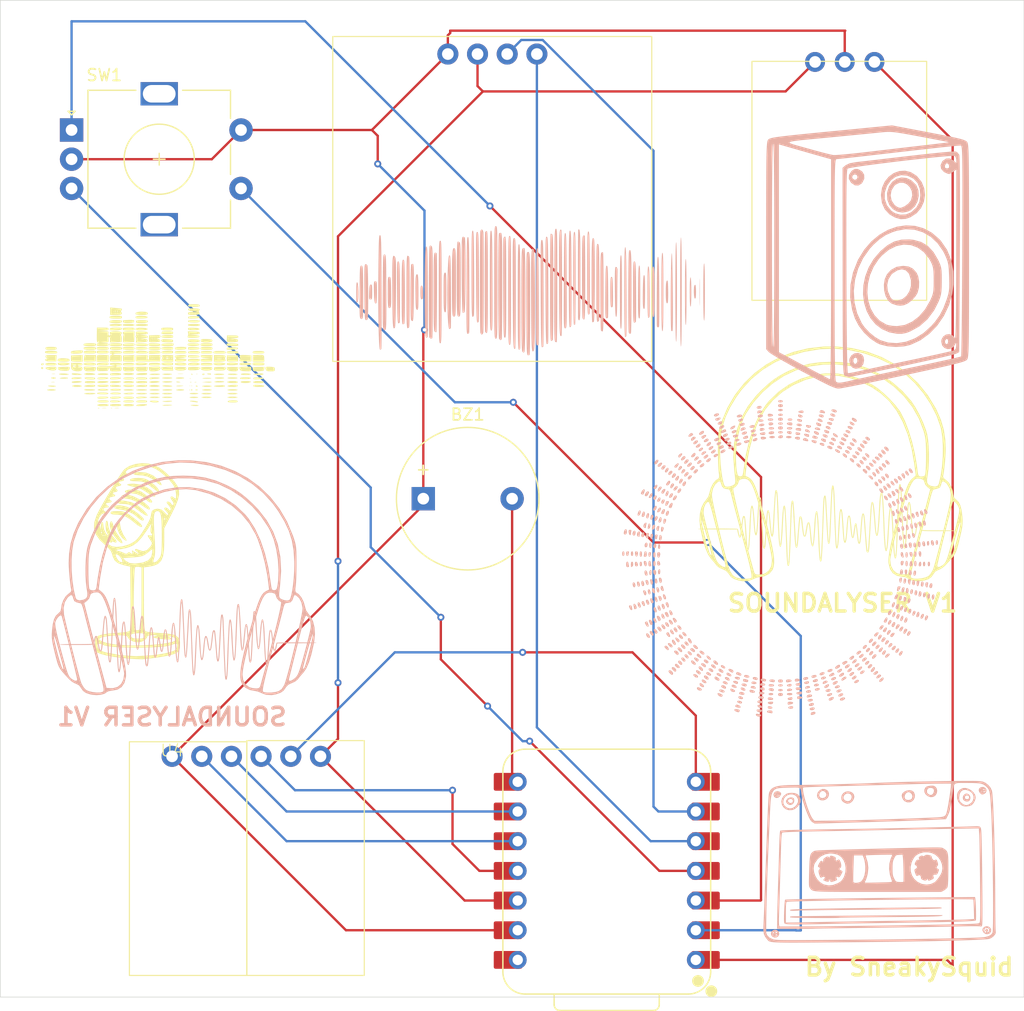
<source format=kicad_pcb>
(kicad_pcb (version 20241229) (generator "pcbnew") (generator_version "9.0")
  (layers (0 "F.Cu" signal) (2 "B.Cu" signal) (13 "F.Paste" user) (15 "B.Paste" user) (5 "F.SilkS" user "F.Silkscreen") (7 "B.SilkS" user "B.Silkscreen") (1 "F.Mask" user) (3 "B.Mask" user) (25 "Edge.Cuts" user))
  (net 0 "")
  (net 1 "GND")
  (net 2 "GPIO1")
  (net 3 "GPIO27")
  (net 4 "GPIO29")
  (net 5 "GPIO28")
  (net 6 "GPIO0")
  (net 7 "+3.3V")
  (net 8 "MISO")
  (net 9 "GPIO26")
  (net 10 "SCK")
  (net 11 "SDA")
  (net 12 "+5V")
  (net 13 "SCL")
  (net 14 "MOSI")
  (footprint "LOGO" (layer "F.Cu") (at 106.770239 73.144115)
    (property "Reference" "G***" (hide yes))
    (property "Value" "LOGO" (hide yes))
  )
  (footprint "Rotary_Encoder:RotaryEncoder_Alps_EC11E-Switch_Vertical_H20mm" (layer "F.Cu") (at 101.6 36.3)
    (property "Reference" "SW1" (at 2.8 -4.7 0) (layer "F.SilkS"))
    (property "Value" "RotaryEncoder_Switch")
    (pad "A" thru_hole rect (at 0 0) (size 2 2) (drill 1) (layers "*.Cu" "*.Mask") (net 5 "GPIO28"))
    (pad "B" thru_hole circle (at 0 5) (size 2 2) (drill 1) (layers "*.Cu" "*.Mask") (net 4 "GPIO29"))
    (pad "C" thru_hole circle (at 0 2.5) (size 2 2) (drill 1) (layers "*.Cu" "*.Mask") (net 1 "GND"))
    (pad "MP" thru_hole rect (at 7.5 -3.1) (size 3.2 2) (drill oval 2.8 1.5) (layers "*.Cu" "*.Mask"))
    (pad "MP" thru_hole rect (at 7.5 8.1) (size 3.2 2) (drill oval 2.8 1.5) (layers "*.Cu" "*.Mask"))
    (pad "S1" thru_hole circle (at 14.5 5) (size 2 2) (drill 1) (layers "*.Cu" "*.Mask") (net 3 "GPIO27"))
    (pad "S2" thru_hole circle (at 14.5 0) (size 2 2) (drill 1) (layers "*.Cu" "*.Mask") (net 1 "GND"))
  )
  (footprint "LOGO" (layer "F.Cu") (at 166.2 69.49)
    (property "Reference" "G***" (hide yes))
    (property "Value" "LOGO" (hide yes))
  )
  (footprint "OPL:XIAO-RP2040-DIP" (layer "F.Cu") (at 147.4 99.7 180)
    (property "Reference" "U1" (hide yes))
    (property "Value" "XIAO-RP2040-DIP")
    (pad "1" smd roundrect (at -8.455 -7.62) (size 2.432 1.524) (layers "F.Cu" "F.Mask") (roundrect_rratio 0.1) (net 9 "GPIO26"))
    (pad "1" thru_hole circle (at -7.62 -7.62) (size 1.524 1.524) (drill 0.889) (layers "*.Cu" "*.Mask") (net 9 "GPIO26"))
    (pad "2" smd roundrect (at -8.455 -5.08) (size 2.432 1.524) (layers "F.Cu" "F.Mask") (roundrect_rratio 0.1) (net 3 "GPIO27"))
    (pad "2" thru_hole circle (at -7.62 -5.08) (size 1.524 1.524) (drill 0.889) (layers "*.Cu" "*.Mask") (net 3 "GPIO27"))
    (pad "3" smd roundrect (at -8.455 -2.54) (size 2.432 1.524) (layers "F.Cu" "F.Mask") (roundrect_rratio 0.1) (net 5 "GPIO28"))
    (pad "3" thru_hole circle (at -7.62 -2.54) (size 1.524 1.524) (drill 0.889) (layers "*.Cu" "*.Mask") (net 5 "GPIO28"))
    (pad "4" smd roundrect (at -8.455 0) (size 2.432 1.524) (layers "F.Cu" "F.Mask") (roundrect_rratio 0.1) (net 4 "GPIO29"))
    (pad "4" thru_hole circle (at -7.62 0) (size 1.524 1.524) (drill 0.889) (layers "*.Cu" "*.Mask") (net 4 "GPIO29"))
    (pad "5" smd roundrect (at -8.455 2.54) (size 2.432 1.524) (layers "F.Cu" "F.Mask") (roundrect_rratio 0.1) (net 11 "SDA"))
    (pad "5" thru_hole circle (at -7.62 2.54) (size 1.524 1.524) (drill 0.889) (layers "*.Cu" "*.Mask") (net 11 "SDA"))
    (pad "6" smd roundrect (at -8.455 5.08) (size 2.432 1.524) (layers "F.Cu" "F.Mask") (roundrect_rratio 0.1) (net 13 "SCL"))
    (pad "6" thru_hole circle (at -7.62 5.08) (size 1.524 1.524) (drill 0.889) (layers "*.Cu" "*.Mask") (net 13 "SCL"))
    (pad "7" smd roundrect (at -8.455 7.62) (size 2.432 1.524) (layers "F.Cu" "F.Mask") (roundrect_rratio 0.1) (net 6 "GPIO0"))
    (pad "7" thru_hole circle (at -7.62 7.62) (size 1.524 1.524) (drill 0.889) (layers "*.Cu" "*.Mask") (net 6 "GPIO0"))
    (pad "8" thru_hole circle (at 7.62 7.62 180) (size 1.524 1.524) (drill 0.889) (layers "*.Cu" "*.Mask") (net 2 "GPIO1"))
    (pad "8" smd roundrect (at 8.455 7.62 180) (size 2.432 1.524) (layers "F.Cu" "F.Mask") (roundrect_rratio 0.1) (net 2 "GPIO1"))
    (pad "9" thru_hole circle (at 7.62 5.08 180) (size 1.524 1.524) (drill 0.889) (layers "*.Cu" "*.Mask") (net 10 "SCK"))
    (pad "9" smd roundrect (at 8.455 5.08 180) (size 2.432 1.524) (layers "F.Cu" "F.Mask") (roundrect_rratio 0.1) (net 10 "SCK"))
    (pad "10" thru_hole circle (at 7.62 2.54 180) (size 1.524 1.524) (drill 0.889) (layers "*.Cu" "*.Mask") (net 8 "MISO"))
    (pad "10" smd roundrect (at 8.455 2.54 180) (size 2.432 1.524) (layers "F.Cu" "F.Mask") (roundrect_rratio 0.1) (net 8 "MISO"))
    (pad "11" thru_hole circle (at 7.62 0 180) (size 1.524 1.524) (drill 0.889) (layers "*.Cu" "*.Mask") (net 14 "MOSI"))
    (pad "11" smd roundrect (at 8.455 0 180) (size 2.432 1.524) (layers "F.Cu" "F.Mask") (roundrect_rratio 0.1) (net 14 "MOSI"))
    (pad "12" thru_hole circle (at 7.62 -2.54 180) (size 1.524 1.524) (drill 0.889) (layers "*.Cu" "*.Mask") (net 7 "+3.3V"))
    (pad "12" smd roundrect (at 8.455 -2.54 180) (size 2.432 1.524) (layers "F.Cu" "F.Mask") (roundrect_rratio 0.1) (net 7 "+3.3V"))
    (pad "13" thru_hole circle (at 7.62 -5.08 180) (size 1.524 1.524) (drill 0.889) (layers "*.Cu" "*.Mask") (net 1 "GND"))
    (pad "13" smd roundrect (at 8.455 -5.08 180) (size 2.432 1.524) (layers "F.Cu" "F.Mask") (roundrect_rratio 0.1) (net 1 "GND"))
    (pad "14" thru_hole circle (at 7.62 -7.62 180) (size 1.524 1.524) (drill 0.889) (layers "*.Cu" "*.Mask") (net 12 "+5V"))
    (pad "14" smd roundrect (at 8.455 -7.62 180) (size 2.432 1.524) (layers "F.Cu" "F.Mask") (roundrect_rratio 0.1) (net 12 "+5V"))
  )
  (footprint "Buzzer_Beeper:Buzzer_12x9.5RM7.6" (layer "F.Cu") (at 131.7 67.85)
    (property "Reference" "BZ1" (at 3.8 -7.2 0) (layer "F.SilkS"))
    (property "Value" "Buzzer")
    (fp_text user "+" (at -0.01 -2.54 0) (layer "F.SilkS"))
    (pad "1" thru_hole rect (at 0 0) (size 2 2) (drill 1) (layers "*.Cu" "*.Mask") (net 1 "GND"))
    (pad "2" thru_hole circle (at 7.6 0) (size 2 2) (drill 1) (layers "*.Cu" "*.Mask") (net 2 "GPIO1"))
  )
  (footprint "LOGO" (layer "F.Cu") (at 166.36 64.66)
    (property "Reference" "G***" (hide yes))
    (property "Value" "LOGO" (hide yes))
  )
  (footprint "microphone:GY-MAX4466" (layer "F.Cu") (at 165.225 30.475)
    (property "Reference" "U2" (hide yes))
    (property "Value" "~")
    (pad "1" thru_hole circle (at 0 0) (size 1.7 1.7) (drill 1) (layers "*.Cu" "*.Mask") (net 7 "+3.3V"))
    (pad "2" thru_hole circle (at 2.54 0) (size 1.7 1.7) (drill 1) (layers "*.Cu" "*.Mask") (net 1 "GND"))
    (pad "3" thru_hole circle (at 5.08 0) (size 1.7 1.7) (drill 1) (layers "*.Cu" "*.Mask") (net 9 "GPIO26"))
  )
  (footprint "LOGO" (layer "F.Cu") (at 108.99 53.43)
    (property "Reference" "G***" (hide yes))
    (property "Value" "LOGO" (hide yes))
  )
  (footprint "SSD1306:Untitled" (layer "F.Cu") (at 133.8 29.8)
    (property "Reference" "U3" (hide yes))
    (property "Value" "~")
    (pad "1" thru_hole circle (at 0 0) (size 1.8 1.8) (drill 1) (layers "*.Cu" "*.Mask") (net 1 "GND"))
    (pad "2" thru_hole circle (at 2.54 0) (size 1.8 1.8) (drill 1) (layers "*.Cu" "*.Mask") (net 7 "+3.3V"))
    (pad "3" thru_hole circle (at 5.08 0) (size 1.8 1.8) (drill 1) (layers "*.Cu" "*.Mask") (net 13 "SCL"))
    (pad "4" thru_hole circle (at 7.62 0) (size 1.8 1.8) (drill 1) (layers "*.Cu" "*.Mask") (net 11 "SDA"))
  )
  (footprint "SDReader:Untitled" (layer "F.Cu") (at 110.2 89.9)
    (property "Reference" "U4" (at 0 -0.5 0) (layer "F.SilkS") (effects (font (thickness 0.1))))
    (property "Value" "~")
    (pad "1" thru_hole circle (at 0 0) (size 1.8 1.8) (drill 1) (layers "*.Cu" "*.Mask") (net 1 "GND"))
    (pad "2" thru_hole circle (at 12.7 0) (size 1.8 1.8) (drill 1) (layers "*.Cu" "*.Mask") (net 7 "+3.3V"))
    (pad "3" thru_hole circle (at 2.54 0) (size 1.8 1.8) (drill 1) (layers "*.Cu" "*.Mask") (net 8 "MISO"))
    (pad "4" thru_hole circle (at 7.62 0) (size 1.8 1.8) (drill 1) (layers "*.Cu" "*.Mask") (net 14 "MOSI"))
    (pad "5" thru_hole circle (at 5.08 0) (size 1.8 1.8) (drill 1) (layers "*.Cu" "*.Mask") (net 10 "SCK"))
    (pad "6" thru_hole circle (at 10.16 0) (size 1.8 1.8) (drill 1) (layers "*.Cu" "*.Mask") (net 6 "GPIO0"))
  )
  (footprint "LOGO" (layer "B.Cu") (at 111.56 79.23 180)
    (property "Reference" "G***" (hide yes))
    (property "Value" "LOGO" (hide yes))
  )
  (footprint "LOGO" (layer "B.Cu") (at 169.87 46.98 180)
    (property "Reference" "G***" (hide yes))
    (property "Value" "LOGO" (hide yes))
  )
  (footprint "LOGO" (layer "B.Cu") (at 140.98 49.89 180)
    (property "Reference" "G***" (hide yes))
    (property "Value" "LOGO" (hide yes))
  )
  (footprint "LOGO" (layer "B.Cu") (at 111.4 74.4 180)
    (property "Reference" "G***" (hide yes))
    (property "Value" "LOGO" (hide yes))
  )
  (footprint "LOGO" (layer "B.Cu") (at 170.32 98.32 180)
    (property "Reference" "G***" (hide yes))
    (property "Value" "LOGO" (hide yes))
  )
  (footprint "LOGO" (layer "B.Cu") (at 162.093806 73.167214 180)
    (property "Reference" "G***" (hide yes))
    (property "Value" "LOGO" (hide yes))
  )
  (gr_rect (start 95.5 25.2) (end 183.1 110.5) (stroke (width 0.05)) (fill no) (layer "Edge.Cuts"))
  (gr_text "By SneakySquid" (at 164.19 108.8 0) (layer "F.SilkS") (effects (font (size 1.5 1.5) (thickness 0.3) (bold yes)) (justify left bottom)))
  (gr_text "SOUNDALYSER V1" (at 157.59 77.66 0) (layer "F.SilkS") (effects (font (size 1.5 1.5) (thickness 0.3) (bold yes)) (justify left bottom)))
  (gr_text "SOUNDALYSER V1" (at 120.17 87.4 -0) (layer "B.SilkS") (effects (font (size 1.5 1.5) (thickness 0.3) (bold yes)) (justify left bottom mirror)))
  (segment (start 127.3 36.3) (end 116.1 36.3) (width 0.2) (layer "F.Cu") (net 1))
  (segment (start 110.2 89.9) (end 125.08 104.78) (width 0.2) (layer "F.Cu") (net 1))
  (segment (start 125.08 104.78) (end 139.78 104.78) (width 0.2) (layer "F.Cu") (net 1))
  (segment (start 167.765 30.475) (end 167.765 27.835) (width 0.2) (layer "F.Cu") (net 1))
  (segment (start 133.8 28.2) (end 133.8 29.8) (width 0.2) (layer "F.Cu") (net 1))
  (segment (start 131.7 53.5) (end 131.7 67.85) (width 0.2) (layer "F.Cu") (net 1))
  (segment (start 116.1 36.3) (end 113.6 38.8) (width 0.2) (layer "F.Cu") (net 1))
  (segment (start 127.8 36.8) (end 127.8 39.2) (width 0.2) (layer "F.Cu") (net 1))
  (segment (start 131.8 53.4) (end 131.7 53.5) (width 0.2) (layer "F.Cu") (net 1))
  (segment (start 133.8 29.8) (end 127.3 36.3) (width 0.2) (layer "F.Cu") (net 1))
  (segment (start 134 27.8) (end 134 28) (width 0.2) (layer "F.Cu") (net 1))
  (segment (start 167.8 27.8) (end 134 27.8) (width 0.2) (layer "F.Cu") (net 1))
  (segment (start 167.765 27.835) (end 167.8 27.8) (width 0.2) (layer "F.Cu") (net 1))
  (segment (start 113.6 38.8) (end 101.6 38.8) (width 0.2) (layer "F.Cu") (net 1))
  (segment (start 127.3 36.3) (end 127.8 36.8) (width 0.2) (layer "F.Cu") (net 1))
  (segment (start 131.7 68.4) (end 110.2 89.9) (width 0.2) (layer "F.Cu") (net 1))
  (segment (start 134 28) (end 133.8 28.2) (width 0.2) (layer "F.Cu") (net 1))
  (segment (start 131.7 67.85) (end 131.7 68.4) (width 0.2) (layer "F.Cu") (net 1))
  (via (at 131.8 53.4) (size 0.6) (drill 0.3) (layers "F.Cu" "B.Cu") (net 1))
  (via (at 127.8 39.2) (size 0.6) (drill 0.3) (layers "F.Cu" "B.Cu") (net 1))
  (segment (start 131.8 43.2) (end 131.8 53.4) (width 0.2) (layer "B.Cu") (net 1))
  (segment (start 127.8 39.2) (end 131.8 43.2) (width 0.2) (layer "B.Cu") (net 1))
  (segment (start 139.3 67.85) (end 139.3 91.6) (width 0.2) (layer "F.Cu") (net 2))
  (segment (start 139.3 91.6) (end 139.78 92.08) (width 0.2) (layer "F.Cu") (net 2))
  (segment (start 139.4 59.6) (end 151.4 71.6) (width 0.2) (layer "F.Cu") (net 3))
  (segment (start 151.4 71.6) (end 156 71.6) (width 0.2) (layer "F.Cu") (net 3))
  (via (at 139.4 59.6) (size 0.6) (drill 0.3) (layers "F.Cu" "B.Cu") (net 3))
  (via (at 156 71.6) (size 0.6) (drill 0.3) (layers "F.Cu" "B.Cu") (net 3))
  (segment (start 164 79.6) (end 164 104.8) (width 0.2) (layer "B.Cu") (net 3))
  (segment (start 116.1 41.3) (end 134.4 59.6) (width 0.2) (layer "B.Cu") (net 3))
  (segment (start 134.4 59.6) (end 139.4 59.6) (width 0.2) (layer "B.Cu") (net 3))
  (segment (start 163.6 104.8) (end 163.58 104.78) (width 0.2) (layer "B.Cu") (net 3))
  (segment (start 164 104.8) (end 163.6 104.8) (width 0.2) (layer "B.Cu") (net 3))
  (segment (start 156 71.6) (end 164 79.6) (width 0.2) (layer "B.Cu") (net 3))
  (segment (start 163.58 104.78) (end 155.02 104.78) (width 0.2) (layer "B.Cu") (net 3))
  (segment (start 151.9 99.7) (end 155.02 99.7) (width 0.2) (layer "F.Cu") (net 4))
  (segment (start 133.2 78) (end 133.2 81.6) (width 0.2) (layer "F.Cu") (net 4))
  (segment (start 133.2 81.6) (end 137.2 85.6) (width 0.2) (layer "F.Cu") (net 4))
  (segment (start 140.8 88.6) (end 151.9 99.7) (width 0.2) (layer "F.Cu") (net 4))
  (via (at 140.8 88.6) (size 0.6) (drill 0.3) (layers "F.Cu" "B.Cu") (net 4))
  (via (at 137.2 85.6) (size 0.6) (drill 0.3) (layers "F.Cu" "B.Cu") (net 4))
  (via (at 133.2 78) (size 0.6) (drill 0.3) (layers "F.Cu" "B.Cu") (net 4))
  (segment (start 101.6 41.3) (end 127.2 66.9) (width 0.2) (layer "B.Cu") (net 4))
  (segment (start 140.2 88.6) (end 140.8 88.6) (width 0.2) (layer "B.Cu") (net 4))
  (segment (start 127.2 72) (end 133.2 78) (width 0.2) (layer "B.Cu") (net 4))
  (segment (start 137.2 85.6) (end 140.2 88.6) (width 0.2) (layer "B.Cu") (net 4))
  (segment (start 127.2 66.9) (end 127.2 72) (width 0.2) (layer "B.Cu") (net 4))
  (segment (start 160.56 102.24) (end 155.02 102.24) (width 0.2) (layer "F.Cu") (net 5))
  (segment (start 137.4 42.8) (end 160.6 66) (width 0.2) (layer "F.Cu") (net 5))
  (segment (start 160.6 102.2) (end 160.56 102.24) (width 0.2) (layer "F.Cu") (net 5))
  (segment (start 160.6 66) (end 160.6 102.2) (width 0.2) (layer "F.Cu") (net 5))
  (via (at 137.4 42.8) (size 0.6) (drill 0.3) (layers "F.Cu" "B.Cu") (net 5))
  (segment (start 121.6 27) (end 137.4 42.8) (width 0.2) (layer "B.Cu") (net 5))
  (segment (start 101.6 27) (end 121.6 27) (width 0.2) (layer "B.Cu") (net 5))
  (segment (start 101.6 36.3) (end 101.6 27) (width 0.2) (layer "B.Cu") (net 5))
  (segment (start 140.2 81) (end 149.6 81) (width 0.2) (layer "F.Cu") (net 6))
  (segment (start 155.02 86.42) (end 155.02 92.08) (width 0.2) (layer "F.Cu") (net 6))
  (segment (start 149.6 81) (end 155.02 86.42) (width 0.2) (layer "F.Cu") (net 6))
  (via (at 140.2 81) (size 0.6) (drill 0.3) (layers "F.Cu" "B.Cu") (net 6))
  (segment (start 120.36 89.9) (end 129.26 81) (width 0.2) (layer "B.Cu") (net 6))
  (segment (start 129.26 81) (end 140.2 81) (width 0.2) (layer "B.Cu") (net 6))
  (segment (start 124.4 83.6) (end 124.4 88.4) (width 0.2) (layer "F.Cu") (net 7))
  (segment (start 136.8 33) (end 136.34 32.54) (width 0.2) (layer "F.Cu") (net 7))
  (segment (start 122.9 89.9) (end 135.24 102.24) (width 0.2) (layer "F.Cu") (net 7))
  (segment (start 124.4 45.4) (end 124.4 73.2) (width 0.2) (layer "F.Cu") (net 7))
  (segment (start 162.7 33) (end 136.8 33) (width 0.2) (layer "F.Cu") (net 7))
  (segment (start 165.225 30.475) (end 162.7 33) (width 0.2) (layer "F.Cu") (net 7))
  (segment (start 136.8 33) (end 124.4 45.4) (width 0.2) (layer "F.Cu") (net 7))
  (segment (start 136.34 32.54) (end 136.34 29.8) (width 0.2) (layer "F.Cu") (net 7))
  (segment (start 124.4 88.4) (end 122.9 89.9) (width 0.2) (layer "F.Cu") (net 7))
  (segment (start 135.24 102.24) (end 139.78 102.24) (width 0.2) (layer "F.Cu") (net 7))
  (via (at 124.4 83.6) (size 0.6) (drill 0.3) (layers "F.Cu" "B.Cu") (net 7))
  (via (at 124.4 73.2) (size 0.6) (drill 0.3) (layers "F.Cu" "B.Cu") (net 7))
  (segment (start 124.4 73.2) (end 124.4 83.6) (width 0.2) (layer "B.Cu") (net 7))
  (segment (start 120 97.16) (end 139.78 97.16) (width 0.2) (layer "B.Cu") (net 8))
  (segment (start 112.74 89.9) (end 120 97.16) (width 0.2) (layer "B.Cu") (net 8))
  (segment (start 170.305 30.475) (end 177 37.17) (width 0.2) (layer "F.Cu") (net 9))
  (segment (start 177 37.17) (end 177 107.8) (width 0.2) (layer "F.Cu") (net 9))
  (segment (start 177 107.8) (end 176.52 107.32) (width 0.2) (layer "F.Cu") (net 9))
  (segment (start 176.52 107.32) (end 155.02 107.32) (width 0.2) (layer "F.Cu") (net 9))
  (segment (start 120 94.62) (end 139.78 94.62) (width 0.2) (layer "B.Cu") (net 10))
  (segment (start 115.28 89.9) (end 120 94.62) (width 0.2) (layer "B.Cu") (net 10))
  (segment (start 151.16 97.16) (end 155.02 97.16) (width 0.2) (layer "B.Cu") (net 11))
  (segment (start 141.42 87.42) (end 151.16 97.16) (width 0.2) (layer "B.Cu") (net 11))
  (segment (start 141.42 29.8) (end 141.42 87.42) (width 0.2) (layer "B.Cu") (net 11))
  (segment (start 151.4 94.2) (end 151.82 94.62) (width 0.2) (layer "B.Cu") (net 13))
  (segment (start 138.88 29.8) (end 140.081 28.599) (width 0.2) (layer "B.Cu") (net 13))
  (segment (start 141.917471 28.599) (end 151.4 38.081529) (width 0.2) (layer "B.Cu") (net 13))
  (segment (start 151.4 38.081529) (end 151.4 94.2) (width 0.2) (layer "B.Cu") (net 13))
  (segment (start 151.82 94.62) (end 155.02 94.62) (width 0.2) (layer "B.Cu") (net 13))
  (segment (start 140.081 28.599) (end 141.917471 28.599) (width 0.2) (layer "B.Cu") (net 13))
  (segment (start 134.2 97.4) (end 136.5 99.7) (width 0.2) (layer "F.Cu") (net 14))
  (segment (start 134.2 92.8) (end 134.2 97.4) (width 0.2) (layer "F.Cu") (net 14))
  (segment (start 136.5 99.7) (end 139.78 99.7) (width 0.2) (layer "F.Cu") (net 14))
  (via (at 134.2 92.8) (size 0.6) (drill 0.3) (layers "F.Cu" "B.Cu") (net 14))
  (segment (start 117.82 89.9) (end 120.72 92.8) (width 0.2) (layer "B.Cu") (net 14))
  (segment (start 120.72 92.8) (end 134.2 92.8) (width 0.2) (layer "B.Cu") (net 14))
)
</source>
